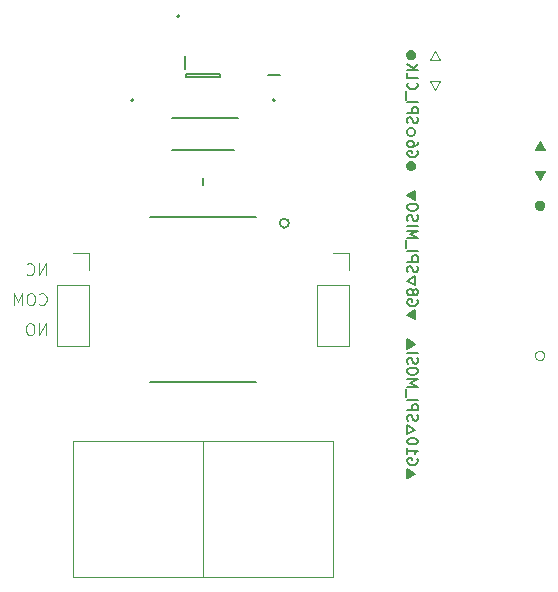
<source format=gbr>
%TF.GenerationSoftware,KiCad,Pcbnew,9.0.4-1.fc42*%
%TF.CreationDate,2025-09-12T10:21:52-07:00*%
%TF.ProjectId,adapter_relay,61646170-7465-4725-9f72-656c61792e6b,1.0*%
%TF.SameCoordinates,Original*%
%TF.FileFunction,Legend,Bot*%
%TF.FilePolarity,Positive*%
%FSLAX46Y46*%
G04 Gerber Fmt 4.6, Leading zero omitted, Abs format (unit mm)*
G04 Created by KiCad (PCBNEW 9.0.4-1.fc42) date 2025-09-12 10:21:52*
%MOMM*%
%LPD*%
G01*
G04 APERTURE LIST*
%ADD10C,0.100000*%
%ADD11C,0.200000*%
%ADD12C,0.120000*%
G04 APERTURE END LIST*
D10*
X139604999Y-110217419D02*
X140033570Y-109455514D01*
X140033570Y-109455514D02*
X139176427Y-109455514D01*
X139176427Y-109455514D02*
X139604999Y-110217419D01*
X139604999Y-106915514D02*
X139176427Y-107677419D01*
X139176427Y-107677419D02*
X140033570Y-107677419D01*
X140033570Y-107677419D02*
X139604999Y-106915514D01*
X106696115Y-130997419D02*
X106696115Y-129997419D01*
X106696115Y-129997419D02*
X106124687Y-130997419D01*
X106124687Y-130997419D02*
X106124687Y-129997419D01*
X105458020Y-129997419D02*
X105267544Y-129997419D01*
X105267544Y-129997419D02*
X105172306Y-130045038D01*
X105172306Y-130045038D02*
X105077068Y-130140276D01*
X105077068Y-130140276D02*
X105029449Y-130330752D01*
X105029449Y-130330752D02*
X105029449Y-130664085D01*
X105029449Y-130664085D02*
X105077068Y-130854561D01*
X105077068Y-130854561D02*
X105172306Y-130949800D01*
X105172306Y-130949800D02*
X105267544Y-130997419D01*
X105267544Y-130997419D02*
X105458020Y-130997419D01*
X105458020Y-130997419D02*
X105553258Y-130949800D01*
X105553258Y-130949800D02*
X105648496Y-130854561D01*
X105648496Y-130854561D02*
X105696115Y-130664085D01*
X105696115Y-130664085D02*
X105696115Y-130330752D01*
X105696115Y-130330752D02*
X105648496Y-130140276D01*
X105648496Y-130140276D02*
X105553258Y-130045038D01*
X105553258Y-130045038D02*
X105458020Y-129997419D01*
X148590237Y-132315514D02*
X148399761Y-132315514D01*
X148399761Y-132315514D02*
X148209285Y-132410752D01*
X148209285Y-132410752D02*
X148114047Y-132601228D01*
X148114047Y-132601228D02*
X148114047Y-132791704D01*
X148114047Y-132791704D02*
X148209285Y-132982180D01*
X148209285Y-132982180D02*
X148399761Y-133077419D01*
X148399761Y-133077419D02*
X148590237Y-133077419D01*
X148590237Y-133077419D02*
X148780713Y-132982180D01*
X148780713Y-132982180D02*
X148875951Y-132791704D01*
X148875951Y-132791704D02*
X148875951Y-132601228D01*
X148875951Y-132601228D02*
X148780713Y-132410752D01*
X148780713Y-132410752D02*
X148590237Y-132315514D01*
X148828332Y-119805990D02*
X148828332Y-120186942D01*
X148780713Y-120234561D02*
X148590237Y-120377419D01*
X148780713Y-119758371D02*
X148590237Y-119615514D01*
X148780713Y-119710752D02*
X148780713Y-120282180D01*
X148733094Y-120282180D02*
X148733094Y-119710752D01*
X148685475Y-119663133D02*
X148685475Y-120329800D01*
X148637856Y-120329800D02*
X148637856Y-119663133D01*
X148590237Y-119615514D02*
X148590237Y-120377419D01*
X148542618Y-120377419D02*
X148542618Y-119615514D01*
X148494999Y-119615514D02*
X148494999Y-120377419D01*
X148447380Y-120377419D02*
X148447380Y-119615514D01*
X148399761Y-120377419D02*
X148209285Y-120234561D01*
X148399761Y-119615514D02*
X148399761Y-120377419D01*
X148399761Y-119615514D02*
X148209285Y-119758371D01*
X148352142Y-120329800D02*
X148352142Y-119663133D01*
X148304523Y-119663133D02*
X148304523Y-120329800D01*
X148256904Y-120282180D02*
X148256904Y-119710752D01*
X148209285Y-119710752D02*
X148209285Y-120282180D01*
X148161666Y-120186942D02*
X148161666Y-119805990D01*
X148590237Y-119615514D02*
X148399761Y-119615514D01*
X148399761Y-119615514D02*
X148209285Y-119710752D01*
X148209285Y-119710752D02*
X148114047Y-119901228D01*
X148114047Y-119901228D02*
X148114047Y-120091704D01*
X148114047Y-120091704D02*
X148209285Y-120282180D01*
X148209285Y-120282180D02*
X148399761Y-120377419D01*
X148399761Y-120377419D02*
X148590237Y-120377419D01*
X148590237Y-120377419D02*
X148780713Y-120282180D01*
X148780713Y-120282180D02*
X148875951Y-120091704D01*
X148875951Y-120091704D02*
X148875951Y-119901228D01*
X148875951Y-119901228D02*
X148780713Y-119710752D01*
X148780713Y-119710752D02*
X148590237Y-119615514D01*
X106124687Y-128362180D02*
X106172306Y-128409800D01*
X106172306Y-128409800D02*
X106315163Y-128457419D01*
X106315163Y-128457419D02*
X106410401Y-128457419D01*
X106410401Y-128457419D02*
X106553258Y-128409800D01*
X106553258Y-128409800D02*
X106648496Y-128314561D01*
X106648496Y-128314561D02*
X106696115Y-128219323D01*
X106696115Y-128219323D02*
X106743734Y-128028847D01*
X106743734Y-128028847D02*
X106743734Y-127885990D01*
X106743734Y-127885990D02*
X106696115Y-127695514D01*
X106696115Y-127695514D02*
X106648496Y-127600276D01*
X106648496Y-127600276D02*
X106553258Y-127505038D01*
X106553258Y-127505038D02*
X106410401Y-127457419D01*
X106410401Y-127457419D02*
X106315163Y-127457419D01*
X106315163Y-127457419D02*
X106172306Y-127505038D01*
X106172306Y-127505038D02*
X106124687Y-127552657D01*
X105505639Y-127457419D02*
X105315163Y-127457419D01*
X105315163Y-127457419D02*
X105219925Y-127505038D01*
X105219925Y-127505038D02*
X105124687Y-127600276D01*
X105124687Y-127600276D02*
X105077068Y-127790752D01*
X105077068Y-127790752D02*
X105077068Y-128124085D01*
X105077068Y-128124085D02*
X105124687Y-128314561D01*
X105124687Y-128314561D02*
X105219925Y-128409800D01*
X105219925Y-128409800D02*
X105315163Y-128457419D01*
X105315163Y-128457419D02*
X105505639Y-128457419D01*
X105505639Y-128457419D02*
X105600877Y-128409800D01*
X105600877Y-128409800D02*
X105696115Y-128314561D01*
X105696115Y-128314561D02*
X105743734Y-128124085D01*
X105743734Y-128124085D02*
X105743734Y-127790752D01*
X105743734Y-127790752D02*
X105696115Y-127600276D01*
X105696115Y-127600276D02*
X105600877Y-127505038D01*
X105600877Y-127505038D02*
X105505639Y-127457419D01*
X104648496Y-128457419D02*
X104648496Y-127457419D01*
X104648496Y-127457419D02*
X104315163Y-128171704D01*
X104315163Y-128171704D02*
X103981830Y-127457419D01*
X103981830Y-127457419D02*
X103981830Y-128457419D01*
X148114047Y-117123133D02*
X148114047Y-117075514D01*
X148161666Y-117218371D02*
X148161666Y-117075514D01*
X148209285Y-117313609D02*
X148209285Y-117075514D01*
X148256904Y-117408847D02*
X148256904Y-117075514D01*
X148304523Y-117456466D02*
X148304523Y-117075514D01*
X148352142Y-117551704D02*
X148352142Y-117075514D01*
X148399761Y-117646942D02*
X148399761Y-117075514D01*
X148447380Y-117742180D02*
X148447380Y-117075514D01*
X148494999Y-117837419D02*
X148494999Y-117075514D01*
X148542618Y-117742180D02*
X148542618Y-117075514D01*
X148590237Y-117646942D02*
X148590237Y-117075514D01*
X148637856Y-117551704D02*
X148637856Y-117075514D01*
X148685475Y-117456466D02*
X148685475Y-117075514D01*
X148733094Y-117408847D02*
X148733094Y-117075514D01*
X148780713Y-117313609D02*
X148780713Y-117075514D01*
X148828332Y-117218371D02*
X148828332Y-117075514D01*
X148875951Y-117075514D02*
X148494999Y-117789800D01*
X148494999Y-117789800D02*
X148114047Y-117075514D01*
X148875951Y-117123133D02*
X148875951Y-117075514D01*
X148494999Y-117837419D02*
X148923570Y-117075514D01*
X148923570Y-117075514D02*
X148066427Y-117075514D01*
X148066427Y-117075514D02*
X148494999Y-117837419D01*
X106696115Y-125917419D02*
X106696115Y-124917419D01*
X106696115Y-124917419D02*
X106124687Y-125917419D01*
X106124687Y-125917419D02*
X106124687Y-124917419D01*
X105077068Y-125822180D02*
X105124687Y-125869800D01*
X105124687Y-125869800D02*
X105267544Y-125917419D01*
X105267544Y-125917419D02*
X105362782Y-125917419D01*
X105362782Y-125917419D02*
X105505639Y-125869800D01*
X105505639Y-125869800D02*
X105600877Y-125774561D01*
X105600877Y-125774561D02*
X105648496Y-125679323D01*
X105648496Y-125679323D02*
X105696115Y-125488847D01*
X105696115Y-125488847D02*
X105696115Y-125345990D01*
X105696115Y-125345990D02*
X105648496Y-125155514D01*
X105648496Y-125155514D02*
X105600877Y-125060276D01*
X105600877Y-125060276D02*
X105505639Y-124965038D01*
X105505639Y-124965038D02*
X105362782Y-124917419D01*
X105362782Y-124917419D02*
X105267544Y-124917419D01*
X105267544Y-124917419D02*
X105124687Y-124965038D01*
X105124687Y-124965038D02*
X105077068Y-125012657D01*
D11*
X137336900Y-143064284D02*
X137294042Y-143064284D01*
X137422614Y-143021427D02*
X137294042Y-143021427D01*
X137508328Y-142978570D02*
X137294042Y-142978570D01*
X137594042Y-142935712D02*
X137294042Y-142935712D01*
X137636900Y-142892855D02*
X137294042Y-142892855D01*
X137722614Y-142849998D02*
X137294042Y-142849998D01*
X137808328Y-142807141D02*
X137294042Y-142807141D01*
X137894042Y-142764284D02*
X137294042Y-142764284D01*
X137979757Y-142721427D02*
X137294042Y-142721427D01*
X137894042Y-142678570D02*
X137294042Y-142678570D01*
X137808328Y-142635712D02*
X137294042Y-142635712D01*
X137722614Y-142592855D02*
X137294042Y-142592855D01*
X137636900Y-142549998D02*
X137294042Y-142549998D01*
X137594042Y-142507141D02*
X137294042Y-142507141D01*
X137508328Y-142464284D02*
X137294042Y-142464284D01*
X137422614Y-142421427D02*
X137294042Y-142421427D01*
X137294042Y-142378570D02*
X137936900Y-142721427D01*
X137936900Y-142721427D02*
X137294042Y-143064284D01*
X137336900Y-142378570D02*
X137294042Y-142378570D01*
X137979757Y-142721427D02*
X137294042Y-142335712D01*
X137294042Y-142335712D02*
X137294042Y-143107141D01*
X137294042Y-143107141D02*
X137979757Y-142721427D01*
X138151185Y-141478569D02*
X138194042Y-141564284D01*
X138194042Y-141564284D02*
X138194042Y-141692855D01*
X138194042Y-141692855D02*
X138151185Y-141821426D01*
X138151185Y-141821426D02*
X138065471Y-141907141D01*
X138065471Y-141907141D02*
X137979757Y-141949998D01*
X137979757Y-141949998D02*
X137808328Y-141992855D01*
X137808328Y-141992855D02*
X137679757Y-141992855D01*
X137679757Y-141992855D02*
X137508328Y-141949998D01*
X137508328Y-141949998D02*
X137422614Y-141907141D01*
X137422614Y-141907141D02*
X137336900Y-141821426D01*
X137336900Y-141821426D02*
X137294042Y-141692855D01*
X137294042Y-141692855D02*
X137294042Y-141607141D01*
X137294042Y-141607141D02*
X137336900Y-141478569D01*
X137336900Y-141478569D02*
X137379757Y-141435712D01*
X137379757Y-141435712D02*
X137679757Y-141435712D01*
X137679757Y-141435712D02*
X137679757Y-141607141D01*
X137294042Y-140578569D02*
X137294042Y-141092855D01*
X137294042Y-140835712D02*
X138194042Y-140835712D01*
X138194042Y-140835712D02*
X138065471Y-140921426D01*
X138065471Y-140921426D02*
X137979757Y-141007141D01*
X137979757Y-141007141D02*
X137936900Y-141092855D01*
X138194042Y-140021426D02*
X138194042Y-139935712D01*
X138194042Y-139935712D02*
X138151185Y-139849998D01*
X138151185Y-139849998D02*
X138108328Y-139807141D01*
X138108328Y-139807141D02*
X138022614Y-139764283D01*
X138022614Y-139764283D02*
X137851185Y-139721426D01*
X137851185Y-139721426D02*
X137636900Y-139721426D01*
X137636900Y-139721426D02*
X137465471Y-139764283D01*
X137465471Y-139764283D02*
X137379757Y-139807141D01*
X137379757Y-139807141D02*
X137336900Y-139849998D01*
X137336900Y-139849998D02*
X137294042Y-139935712D01*
X137294042Y-139935712D02*
X137294042Y-140021426D01*
X137294042Y-140021426D02*
X137336900Y-140107141D01*
X137336900Y-140107141D02*
X137379757Y-140149998D01*
X137379757Y-140149998D02*
X137465471Y-140192855D01*
X137465471Y-140192855D02*
X137636900Y-140235712D01*
X137636900Y-140235712D02*
X137851185Y-140235712D01*
X137851185Y-140235712D02*
X138022614Y-140192855D01*
X138022614Y-140192855D02*
X138108328Y-140149998D01*
X138108328Y-140149998D02*
X138151185Y-140107141D01*
X138151185Y-140107141D02*
X138194042Y-140021426D01*
X137979757Y-138992855D02*
X137294042Y-138607140D01*
X137294042Y-138607140D02*
X137294042Y-139378569D01*
X137294042Y-139378569D02*
X137979757Y-138992855D01*
X137336900Y-138264283D02*
X137294042Y-138135712D01*
X137294042Y-138135712D02*
X137294042Y-137921426D01*
X137294042Y-137921426D02*
X137336900Y-137835712D01*
X137336900Y-137835712D02*
X137379757Y-137792854D01*
X137379757Y-137792854D02*
X137465471Y-137749997D01*
X137465471Y-137749997D02*
X137551185Y-137749997D01*
X137551185Y-137749997D02*
X137636900Y-137792854D01*
X137636900Y-137792854D02*
X137679757Y-137835712D01*
X137679757Y-137835712D02*
X137722614Y-137921426D01*
X137722614Y-137921426D02*
X137765471Y-138092854D01*
X137765471Y-138092854D02*
X137808328Y-138178569D01*
X137808328Y-138178569D02*
X137851185Y-138221426D01*
X137851185Y-138221426D02*
X137936900Y-138264283D01*
X137936900Y-138264283D02*
X138022614Y-138264283D01*
X138022614Y-138264283D02*
X138108328Y-138221426D01*
X138108328Y-138221426D02*
X138151185Y-138178569D01*
X138151185Y-138178569D02*
X138194042Y-138092854D01*
X138194042Y-138092854D02*
X138194042Y-137878569D01*
X138194042Y-137878569D02*
X138151185Y-137749997D01*
X137294042Y-137364283D02*
X138194042Y-137364283D01*
X138194042Y-137364283D02*
X138194042Y-137021426D01*
X138194042Y-137021426D02*
X138151185Y-136935711D01*
X138151185Y-136935711D02*
X138108328Y-136892854D01*
X138108328Y-136892854D02*
X138022614Y-136849997D01*
X138022614Y-136849997D02*
X137894042Y-136849997D01*
X137894042Y-136849997D02*
X137808328Y-136892854D01*
X137808328Y-136892854D02*
X137765471Y-136935711D01*
X137765471Y-136935711D02*
X137722614Y-137021426D01*
X137722614Y-137021426D02*
X137722614Y-137364283D01*
X137294042Y-136464283D02*
X138194042Y-136464283D01*
X137208328Y-136249998D02*
X137208328Y-135564283D01*
X137294042Y-135349998D02*
X138194042Y-135349998D01*
X138194042Y-135349998D02*
X137551185Y-135049998D01*
X137551185Y-135049998D02*
X138194042Y-134749998D01*
X138194042Y-134749998D02*
X137294042Y-134749998D01*
X138194042Y-134149998D02*
X138194042Y-133978570D01*
X138194042Y-133978570D02*
X138151185Y-133892855D01*
X138151185Y-133892855D02*
X138065471Y-133807141D01*
X138065471Y-133807141D02*
X137894042Y-133764284D01*
X137894042Y-133764284D02*
X137594042Y-133764284D01*
X137594042Y-133764284D02*
X137422614Y-133807141D01*
X137422614Y-133807141D02*
X137336900Y-133892855D01*
X137336900Y-133892855D02*
X137294042Y-133978570D01*
X137294042Y-133978570D02*
X137294042Y-134149998D01*
X137294042Y-134149998D02*
X137336900Y-134235713D01*
X137336900Y-134235713D02*
X137422614Y-134321427D01*
X137422614Y-134321427D02*
X137594042Y-134364284D01*
X137594042Y-134364284D02*
X137894042Y-134364284D01*
X137894042Y-134364284D02*
X138065471Y-134321427D01*
X138065471Y-134321427D02*
X138151185Y-134235713D01*
X138151185Y-134235713D02*
X138194042Y-134149998D01*
X137336900Y-133421427D02*
X137294042Y-133292856D01*
X137294042Y-133292856D02*
X137294042Y-133078570D01*
X137294042Y-133078570D02*
X137336900Y-132992856D01*
X137336900Y-132992856D02*
X137379757Y-132949998D01*
X137379757Y-132949998D02*
X137465471Y-132907141D01*
X137465471Y-132907141D02*
X137551185Y-132907141D01*
X137551185Y-132907141D02*
X137636900Y-132949998D01*
X137636900Y-132949998D02*
X137679757Y-132992856D01*
X137679757Y-132992856D02*
X137722614Y-133078570D01*
X137722614Y-133078570D02*
X137765471Y-133249998D01*
X137765471Y-133249998D02*
X137808328Y-133335713D01*
X137808328Y-133335713D02*
X137851185Y-133378570D01*
X137851185Y-133378570D02*
X137936900Y-133421427D01*
X137936900Y-133421427D02*
X138022614Y-133421427D01*
X138022614Y-133421427D02*
X138108328Y-133378570D01*
X138108328Y-133378570D02*
X138151185Y-133335713D01*
X138151185Y-133335713D02*
X138194042Y-133249998D01*
X138194042Y-133249998D02*
X138194042Y-133035713D01*
X138194042Y-133035713D02*
X138151185Y-132907141D01*
X137294042Y-132521427D02*
X138194042Y-132521427D01*
X137336900Y-132092856D02*
X137294042Y-132092856D01*
X137422614Y-132049999D02*
X137294042Y-132049999D01*
X137508328Y-132007142D02*
X137294042Y-132007142D01*
X137594042Y-131964284D02*
X137294042Y-131964284D01*
X137636900Y-131921427D02*
X137294042Y-131921427D01*
X137722614Y-131878570D02*
X137294042Y-131878570D01*
X137808328Y-131835713D02*
X137294042Y-131835713D01*
X137894042Y-131792856D02*
X137294042Y-131792856D01*
X137979757Y-131749999D02*
X137294042Y-131749999D01*
X137894042Y-131707142D02*
X137294042Y-131707142D01*
X137808328Y-131664284D02*
X137294042Y-131664284D01*
X137722614Y-131621427D02*
X137294042Y-131621427D01*
X137636900Y-131578570D02*
X137294042Y-131578570D01*
X137594042Y-131535713D02*
X137294042Y-131535713D01*
X137508328Y-131492856D02*
X137294042Y-131492856D01*
X137422614Y-131449999D02*
X137294042Y-131449999D01*
X137294042Y-131407142D02*
X137936900Y-131749999D01*
X137936900Y-131749999D02*
X137294042Y-132092856D01*
X137336900Y-131407142D02*
X137294042Y-131407142D01*
X137979757Y-131749999D02*
X137294042Y-131364284D01*
X137294042Y-131364284D02*
X137294042Y-132135713D01*
X137294042Y-132135713D02*
X137979757Y-131749999D01*
X137936900Y-128921428D02*
X137979757Y-128921428D01*
X137851185Y-128964285D02*
X137979757Y-128964285D01*
X137765471Y-129007142D02*
X137979757Y-129007142D01*
X137679757Y-129049999D02*
X137979757Y-129049999D01*
X137636900Y-129092856D02*
X137979757Y-129092856D01*
X137551185Y-129135713D02*
X137979757Y-129135713D01*
X137465471Y-129178570D02*
X137979757Y-129178570D01*
X137379757Y-129221428D02*
X137979757Y-129221428D01*
X137294042Y-129264285D02*
X137979757Y-129264285D01*
X137379757Y-129307142D02*
X137979757Y-129307142D01*
X137465471Y-129349999D02*
X137979757Y-129349999D01*
X137551185Y-129392856D02*
X137979757Y-129392856D01*
X137636900Y-129435713D02*
X137979757Y-129435713D01*
X137679757Y-129478570D02*
X137979757Y-129478570D01*
X137765471Y-129521428D02*
X137979757Y-129521428D01*
X137851185Y-129564285D02*
X137979757Y-129564285D01*
X137979757Y-129607142D02*
X137336900Y-129264285D01*
X137336900Y-129264285D02*
X137979757Y-128921428D01*
X137936900Y-129607142D02*
X137979757Y-129607142D01*
X137294042Y-129264285D02*
X137979757Y-129649999D01*
X137979757Y-129649999D02*
X137979757Y-128878570D01*
X137979757Y-128878570D02*
X137294042Y-129264285D01*
X138151185Y-128021427D02*
X138194042Y-128107142D01*
X138194042Y-128107142D02*
X138194042Y-128235713D01*
X138194042Y-128235713D02*
X138151185Y-128364284D01*
X138151185Y-128364284D02*
X138065471Y-128449999D01*
X138065471Y-128449999D02*
X137979757Y-128492856D01*
X137979757Y-128492856D02*
X137808328Y-128535713D01*
X137808328Y-128535713D02*
X137679757Y-128535713D01*
X137679757Y-128535713D02*
X137508328Y-128492856D01*
X137508328Y-128492856D02*
X137422614Y-128449999D01*
X137422614Y-128449999D02*
X137336900Y-128364284D01*
X137336900Y-128364284D02*
X137294042Y-128235713D01*
X137294042Y-128235713D02*
X137294042Y-128149999D01*
X137294042Y-128149999D02*
X137336900Y-128021427D01*
X137336900Y-128021427D02*
X137379757Y-127978570D01*
X137379757Y-127978570D02*
X137679757Y-127978570D01*
X137679757Y-127978570D02*
X137679757Y-128149999D01*
X137808328Y-127464284D02*
X137851185Y-127549999D01*
X137851185Y-127549999D02*
X137894042Y-127592856D01*
X137894042Y-127592856D02*
X137979757Y-127635713D01*
X137979757Y-127635713D02*
X138022614Y-127635713D01*
X138022614Y-127635713D02*
X138108328Y-127592856D01*
X138108328Y-127592856D02*
X138151185Y-127549999D01*
X138151185Y-127549999D02*
X138194042Y-127464284D01*
X138194042Y-127464284D02*
X138194042Y-127292856D01*
X138194042Y-127292856D02*
X138151185Y-127207142D01*
X138151185Y-127207142D02*
X138108328Y-127164284D01*
X138108328Y-127164284D02*
X138022614Y-127121427D01*
X138022614Y-127121427D02*
X137979757Y-127121427D01*
X137979757Y-127121427D02*
X137894042Y-127164284D01*
X137894042Y-127164284D02*
X137851185Y-127207142D01*
X137851185Y-127207142D02*
X137808328Y-127292856D01*
X137808328Y-127292856D02*
X137808328Y-127464284D01*
X137808328Y-127464284D02*
X137765471Y-127549999D01*
X137765471Y-127549999D02*
X137722614Y-127592856D01*
X137722614Y-127592856D02*
X137636900Y-127635713D01*
X137636900Y-127635713D02*
X137465471Y-127635713D01*
X137465471Y-127635713D02*
X137379757Y-127592856D01*
X137379757Y-127592856D02*
X137336900Y-127549999D01*
X137336900Y-127549999D02*
X137294042Y-127464284D01*
X137294042Y-127464284D02*
X137294042Y-127292856D01*
X137294042Y-127292856D02*
X137336900Y-127207142D01*
X137336900Y-127207142D02*
X137379757Y-127164284D01*
X137379757Y-127164284D02*
X137465471Y-127121427D01*
X137465471Y-127121427D02*
X137636900Y-127121427D01*
X137636900Y-127121427D02*
X137722614Y-127164284D01*
X137722614Y-127164284D02*
X137765471Y-127207142D01*
X137765471Y-127207142D02*
X137808328Y-127292856D01*
X137294042Y-126392856D02*
X137979757Y-126778570D01*
X137979757Y-126778570D02*
X137979757Y-126007141D01*
X137979757Y-126007141D02*
X137294042Y-126392856D01*
X137336900Y-125664284D02*
X137294042Y-125535713D01*
X137294042Y-125535713D02*
X137294042Y-125321427D01*
X137294042Y-125321427D02*
X137336900Y-125235713D01*
X137336900Y-125235713D02*
X137379757Y-125192855D01*
X137379757Y-125192855D02*
X137465471Y-125149998D01*
X137465471Y-125149998D02*
X137551185Y-125149998D01*
X137551185Y-125149998D02*
X137636900Y-125192855D01*
X137636900Y-125192855D02*
X137679757Y-125235713D01*
X137679757Y-125235713D02*
X137722614Y-125321427D01*
X137722614Y-125321427D02*
X137765471Y-125492855D01*
X137765471Y-125492855D02*
X137808328Y-125578570D01*
X137808328Y-125578570D02*
X137851185Y-125621427D01*
X137851185Y-125621427D02*
X137936900Y-125664284D01*
X137936900Y-125664284D02*
X138022614Y-125664284D01*
X138022614Y-125664284D02*
X138108328Y-125621427D01*
X138108328Y-125621427D02*
X138151185Y-125578570D01*
X138151185Y-125578570D02*
X138194042Y-125492855D01*
X138194042Y-125492855D02*
X138194042Y-125278570D01*
X138194042Y-125278570D02*
X138151185Y-125149998D01*
X137294042Y-124764284D02*
X138194042Y-124764284D01*
X138194042Y-124764284D02*
X138194042Y-124421427D01*
X138194042Y-124421427D02*
X138151185Y-124335712D01*
X138151185Y-124335712D02*
X138108328Y-124292855D01*
X138108328Y-124292855D02*
X138022614Y-124249998D01*
X138022614Y-124249998D02*
X137894042Y-124249998D01*
X137894042Y-124249998D02*
X137808328Y-124292855D01*
X137808328Y-124292855D02*
X137765471Y-124335712D01*
X137765471Y-124335712D02*
X137722614Y-124421427D01*
X137722614Y-124421427D02*
X137722614Y-124764284D01*
X137294042Y-123864284D02*
X138194042Y-123864284D01*
X137208328Y-123649999D02*
X137208328Y-122964284D01*
X137294042Y-122749999D02*
X138194042Y-122749999D01*
X138194042Y-122749999D02*
X137551185Y-122449999D01*
X137551185Y-122449999D02*
X138194042Y-122149999D01*
X138194042Y-122149999D02*
X137294042Y-122149999D01*
X137294042Y-121721428D02*
X138194042Y-121721428D01*
X137336900Y-121335714D02*
X137294042Y-121207143D01*
X137294042Y-121207143D02*
X137294042Y-120992857D01*
X137294042Y-120992857D02*
X137336900Y-120907143D01*
X137336900Y-120907143D02*
X137379757Y-120864285D01*
X137379757Y-120864285D02*
X137465471Y-120821428D01*
X137465471Y-120821428D02*
X137551185Y-120821428D01*
X137551185Y-120821428D02*
X137636900Y-120864285D01*
X137636900Y-120864285D02*
X137679757Y-120907143D01*
X137679757Y-120907143D02*
X137722614Y-120992857D01*
X137722614Y-120992857D02*
X137765471Y-121164285D01*
X137765471Y-121164285D02*
X137808328Y-121250000D01*
X137808328Y-121250000D02*
X137851185Y-121292857D01*
X137851185Y-121292857D02*
X137936900Y-121335714D01*
X137936900Y-121335714D02*
X138022614Y-121335714D01*
X138022614Y-121335714D02*
X138108328Y-121292857D01*
X138108328Y-121292857D02*
X138151185Y-121250000D01*
X138151185Y-121250000D02*
X138194042Y-121164285D01*
X138194042Y-121164285D02*
X138194042Y-120950000D01*
X138194042Y-120950000D02*
X138151185Y-120821428D01*
X138194042Y-120264285D02*
X138194042Y-120092857D01*
X138194042Y-120092857D02*
X138151185Y-120007142D01*
X138151185Y-120007142D02*
X138065471Y-119921428D01*
X138065471Y-119921428D02*
X137894042Y-119878571D01*
X137894042Y-119878571D02*
X137594042Y-119878571D01*
X137594042Y-119878571D02*
X137422614Y-119921428D01*
X137422614Y-119921428D02*
X137336900Y-120007142D01*
X137336900Y-120007142D02*
X137294042Y-120092857D01*
X137294042Y-120092857D02*
X137294042Y-120264285D01*
X137294042Y-120264285D02*
X137336900Y-120350000D01*
X137336900Y-120350000D02*
X137422614Y-120435714D01*
X137422614Y-120435714D02*
X137594042Y-120478571D01*
X137594042Y-120478571D02*
X137894042Y-120478571D01*
X137894042Y-120478571D02*
X138065471Y-120435714D01*
X138065471Y-120435714D02*
X138151185Y-120350000D01*
X138151185Y-120350000D02*
X138194042Y-120264285D01*
X137936900Y-118807143D02*
X137979757Y-118807143D01*
X137851185Y-118850000D02*
X137979757Y-118850000D01*
X137765471Y-118892857D02*
X137979757Y-118892857D01*
X137679757Y-118935714D02*
X137979757Y-118935714D01*
X137636900Y-118978571D02*
X137979757Y-118978571D01*
X137551185Y-119021428D02*
X137979757Y-119021428D01*
X137465471Y-119064285D02*
X137979757Y-119064285D01*
X137379757Y-119107143D02*
X137979757Y-119107143D01*
X137294042Y-119150000D02*
X137979757Y-119150000D01*
X137379757Y-119192857D02*
X137979757Y-119192857D01*
X137465471Y-119235714D02*
X137979757Y-119235714D01*
X137551185Y-119278571D02*
X137979757Y-119278571D01*
X137636900Y-119321428D02*
X137979757Y-119321428D01*
X137679757Y-119364285D02*
X137979757Y-119364285D01*
X137765471Y-119407143D02*
X137979757Y-119407143D01*
X137851185Y-119450000D02*
X137979757Y-119450000D01*
X137979757Y-119492857D02*
X137336900Y-119150000D01*
X137336900Y-119150000D02*
X137979757Y-118807143D01*
X137936900Y-119492857D02*
X137979757Y-119492857D01*
X137294042Y-119150000D02*
X137979757Y-119535714D01*
X137979757Y-119535714D02*
X137979757Y-118764285D01*
X137979757Y-118764285D02*
X137294042Y-119150000D01*
X137808328Y-116964286D02*
X137465471Y-116964286D01*
X137422614Y-116921429D02*
X137294042Y-116750000D01*
X137851185Y-116921429D02*
X137979757Y-116750000D01*
X137894042Y-116921429D02*
X137379757Y-116921429D01*
X137379757Y-116878571D02*
X137894042Y-116878571D01*
X137936900Y-116835714D02*
X137336900Y-116835714D01*
X137336900Y-116792857D02*
X137936900Y-116792857D01*
X137979757Y-116750000D02*
X137294042Y-116750000D01*
X137294042Y-116707143D02*
X137979757Y-116707143D01*
X137979757Y-116664286D02*
X137294042Y-116664286D01*
X137294042Y-116621429D02*
X137979757Y-116621429D01*
X137294042Y-116578571D02*
X137422614Y-116407143D01*
X137979757Y-116578571D02*
X137294042Y-116578571D01*
X137979757Y-116578571D02*
X137851185Y-116407143D01*
X137336900Y-116535714D02*
X137936900Y-116535714D01*
X137936900Y-116492857D02*
X137336900Y-116492857D01*
X137379757Y-116450000D02*
X137894042Y-116450000D01*
X137894042Y-116407143D02*
X137379757Y-116407143D01*
X137465471Y-116364286D02*
X137808328Y-116364286D01*
X137979757Y-116750000D02*
X137979757Y-116578571D01*
X137979757Y-116578571D02*
X137894042Y-116407143D01*
X137894042Y-116407143D02*
X137722614Y-116321429D01*
X137722614Y-116321429D02*
X137551185Y-116321429D01*
X137551185Y-116321429D02*
X137379757Y-116407143D01*
X137379757Y-116407143D02*
X137294042Y-116578571D01*
X137294042Y-116578571D02*
X137294042Y-116750000D01*
X137294042Y-116750000D02*
X137379757Y-116921429D01*
X137379757Y-116921429D02*
X137551185Y-117007143D01*
X137551185Y-117007143D02*
X137722614Y-117007143D01*
X137722614Y-117007143D02*
X137894042Y-116921429D01*
X137894042Y-116921429D02*
X137979757Y-116750000D01*
X138151185Y-115421428D02*
X138194042Y-115507143D01*
X138194042Y-115507143D02*
X138194042Y-115635714D01*
X138194042Y-115635714D02*
X138151185Y-115764285D01*
X138151185Y-115764285D02*
X138065471Y-115850000D01*
X138065471Y-115850000D02*
X137979757Y-115892857D01*
X137979757Y-115892857D02*
X137808328Y-115935714D01*
X137808328Y-115935714D02*
X137679757Y-115935714D01*
X137679757Y-115935714D02*
X137508328Y-115892857D01*
X137508328Y-115892857D02*
X137422614Y-115850000D01*
X137422614Y-115850000D02*
X137336900Y-115764285D01*
X137336900Y-115764285D02*
X137294042Y-115635714D01*
X137294042Y-115635714D02*
X137294042Y-115550000D01*
X137294042Y-115550000D02*
X137336900Y-115421428D01*
X137336900Y-115421428D02*
X137379757Y-115378571D01*
X137379757Y-115378571D02*
X137679757Y-115378571D01*
X137679757Y-115378571D02*
X137679757Y-115550000D01*
X138194042Y-114607143D02*
X138194042Y-114778571D01*
X138194042Y-114778571D02*
X138151185Y-114864285D01*
X138151185Y-114864285D02*
X138108328Y-114907143D01*
X138108328Y-114907143D02*
X137979757Y-114992857D01*
X137979757Y-114992857D02*
X137808328Y-115035714D01*
X137808328Y-115035714D02*
X137465471Y-115035714D01*
X137465471Y-115035714D02*
X137379757Y-114992857D01*
X137379757Y-114992857D02*
X137336900Y-114950000D01*
X137336900Y-114950000D02*
X137294042Y-114864285D01*
X137294042Y-114864285D02*
X137294042Y-114692857D01*
X137294042Y-114692857D02*
X137336900Y-114607143D01*
X137336900Y-114607143D02*
X137379757Y-114564285D01*
X137379757Y-114564285D02*
X137465471Y-114521428D01*
X137465471Y-114521428D02*
X137679757Y-114521428D01*
X137679757Y-114521428D02*
X137765471Y-114564285D01*
X137765471Y-114564285D02*
X137808328Y-114607143D01*
X137808328Y-114607143D02*
X137851185Y-114692857D01*
X137851185Y-114692857D02*
X137851185Y-114864285D01*
X137851185Y-114864285D02*
X137808328Y-114950000D01*
X137808328Y-114950000D02*
X137765471Y-114992857D01*
X137765471Y-114992857D02*
X137679757Y-115035714D01*
X137979757Y-113878571D02*
X137979757Y-113707142D01*
X137979757Y-113707142D02*
X137894042Y-113535714D01*
X137894042Y-113535714D02*
X137722614Y-113450000D01*
X137722614Y-113450000D02*
X137551185Y-113450000D01*
X137551185Y-113450000D02*
X137379757Y-113535714D01*
X137379757Y-113535714D02*
X137294042Y-113707142D01*
X137294042Y-113707142D02*
X137294042Y-113878571D01*
X137294042Y-113878571D02*
X137379757Y-114050000D01*
X137379757Y-114050000D02*
X137551185Y-114135714D01*
X137551185Y-114135714D02*
X137722614Y-114135714D01*
X137722614Y-114135714D02*
X137894042Y-114050000D01*
X137894042Y-114050000D02*
X137979757Y-113878571D01*
X137336900Y-113064285D02*
X137294042Y-112935714D01*
X137294042Y-112935714D02*
X137294042Y-112721428D01*
X137294042Y-112721428D02*
X137336900Y-112635714D01*
X137336900Y-112635714D02*
X137379757Y-112592856D01*
X137379757Y-112592856D02*
X137465471Y-112549999D01*
X137465471Y-112549999D02*
X137551185Y-112549999D01*
X137551185Y-112549999D02*
X137636900Y-112592856D01*
X137636900Y-112592856D02*
X137679757Y-112635714D01*
X137679757Y-112635714D02*
X137722614Y-112721428D01*
X137722614Y-112721428D02*
X137765471Y-112892856D01*
X137765471Y-112892856D02*
X137808328Y-112978571D01*
X137808328Y-112978571D02*
X137851185Y-113021428D01*
X137851185Y-113021428D02*
X137936900Y-113064285D01*
X137936900Y-113064285D02*
X138022614Y-113064285D01*
X138022614Y-113064285D02*
X138108328Y-113021428D01*
X138108328Y-113021428D02*
X138151185Y-112978571D01*
X138151185Y-112978571D02*
X138194042Y-112892856D01*
X138194042Y-112892856D02*
X138194042Y-112678571D01*
X138194042Y-112678571D02*
X138151185Y-112549999D01*
X137294042Y-112164285D02*
X138194042Y-112164285D01*
X138194042Y-112164285D02*
X138194042Y-111821428D01*
X138194042Y-111821428D02*
X138151185Y-111735713D01*
X138151185Y-111735713D02*
X138108328Y-111692856D01*
X138108328Y-111692856D02*
X138022614Y-111649999D01*
X138022614Y-111649999D02*
X137894042Y-111649999D01*
X137894042Y-111649999D02*
X137808328Y-111692856D01*
X137808328Y-111692856D02*
X137765471Y-111735713D01*
X137765471Y-111735713D02*
X137722614Y-111821428D01*
X137722614Y-111821428D02*
X137722614Y-112164285D01*
X137294042Y-111264285D02*
X138194042Y-111264285D01*
X137208328Y-111050000D02*
X137208328Y-110364285D01*
X137379757Y-109635714D02*
X137336900Y-109678571D01*
X137336900Y-109678571D02*
X137294042Y-109807143D01*
X137294042Y-109807143D02*
X137294042Y-109892857D01*
X137294042Y-109892857D02*
X137336900Y-110021428D01*
X137336900Y-110021428D02*
X137422614Y-110107143D01*
X137422614Y-110107143D02*
X137508328Y-110150000D01*
X137508328Y-110150000D02*
X137679757Y-110192857D01*
X137679757Y-110192857D02*
X137808328Y-110192857D01*
X137808328Y-110192857D02*
X137979757Y-110150000D01*
X137979757Y-110150000D02*
X138065471Y-110107143D01*
X138065471Y-110107143D02*
X138151185Y-110021428D01*
X138151185Y-110021428D02*
X138194042Y-109892857D01*
X138194042Y-109892857D02*
X138194042Y-109807143D01*
X138194042Y-109807143D02*
X138151185Y-109678571D01*
X138151185Y-109678571D02*
X138108328Y-109635714D01*
X137294042Y-108821428D02*
X137294042Y-109250000D01*
X137294042Y-109250000D02*
X138194042Y-109250000D01*
X137294042Y-108521429D02*
X138194042Y-108521429D01*
X137294042Y-108007143D02*
X137808328Y-108392857D01*
X138194042Y-108007143D02*
X137679757Y-108521429D01*
X137808328Y-107578572D02*
X137465471Y-107578572D01*
X137422614Y-107535715D02*
X137294042Y-107364286D01*
X137851185Y-107535715D02*
X137979757Y-107364286D01*
X137894042Y-107535715D02*
X137379757Y-107535715D01*
X137379757Y-107492857D02*
X137894042Y-107492857D01*
X137936900Y-107450000D02*
X137336900Y-107450000D01*
X137336900Y-107407143D02*
X137936900Y-107407143D01*
X137979757Y-107364286D02*
X137294042Y-107364286D01*
X137294042Y-107321429D02*
X137979757Y-107321429D01*
X137979757Y-107278572D02*
X137294042Y-107278572D01*
X137294042Y-107235715D02*
X137979757Y-107235715D01*
X137294042Y-107192857D02*
X137422614Y-107021429D01*
X137979757Y-107192857D02*
X137294042Y-107192857D01*
X137979757Y-107192857D02*
X137851185Y-107021429D01*
X137336900Y-107150000D02*
X137936900Y-107150000D01*
X137936900Y-107107143D02*
X137336900Y-107107143D01*
X137379757Y-107064286D02*
X137894042Y-107064286D01*
X137894042Y-107021429D02*
X137379757Y-107021429D01*
X137465471Y-106978572D02*
X137808328Y-106978572D01*
X137979757Y-107364286D02*
X137979757Y-107192857D01*
X137979757Y-107192857D02*
X137894042Y-107021429D01*
X137894042Y-107021429D02*
X137722614Y-106935715D01*
X137722614Y-106935715D02*
X137551185Y-106935715D01*
X137551185Y-106935715D02*
X137379757Y-107021429D01*
X137379757Y-107021429D02*
X137294042Y-107192857D01*
X137294042Y-107192857D02*
X137294042Y-107364286D01*
X137294042Y-107364286D02*
X137379757Y-107535715D01*
X137379757Y-107535715D02*
X137551185Y-107621429D01*
X137551185Y-107621429D02*
X137722614Y-107621429D01*
X137722614Y-107621429D02*
X137894042Y-107535715D01*
X137894042Y-107535715D02*
X137979757Y-107364286D01*
D10*
X148875951Y-115249800D02*
X148875951Y-115297419D01*
X148828332Y-115154561D02*
X148828332Y-115297419D01*
X148780713Y-115059323D02*
X148780713Y-115297419D01*
X148733094Y-114964085D02*
X148733094Y-115297419D01*
X148685475Y-114916466D02*
X148685475Y-115297419D01*
X148637856Y-114821228D02*
X148637856Y-115297419D01*
X148590237Y-114725990D02*
X148590237Y-115297419D01*
X148542618Y-114630752D02*
X148542618Y-115297419D01*
X148494999Y-114535514D02*
X148494999Y-115297419D01*
X148447380Y-114630752D02*
X148447380Y-115297419D01*
X148399761Y-114725990D02*
X148399761Y-115297419D01*
X148352142Y-114821228D02*
X148352142Y-115297419D01*
X148304523Y-114916466D02*
X148304523Y-115297419D01*
X148256904Y-114964085D02*
X148256904Y-115297419D01*
X148209285Y-115059323D02*
X148209285Y-115297419D01*
X148161666Y-115154561D02*
X148161666Y-115297419D01*
X148114047Y-115297419D02*
X148494999Y-114583133D01*
X148494999Y-114583133D02*
X148875951Y-115297419D01*
X148114047Y-115249800D02*
X148114047Y-115297419D01*
X148494999Y-114535514D02*
X148066427Y-115297419D01*
X148066427Y-115297419D02*
X148923570Y-115297419D01*
X148923570Y-115297419D02*
X148494999Y-114535514D01*
D11*
%TO.C,D1*%
X117400000Y-112638000D02*
X122925000Y-112638000D01*
X122600000Y-115362000D02*
X117400000Y-115362000D01*
%TO.C,C2*%
X120000000Y-118300000D02*
X120000000Y-117700000D01*
%TO.C,R1*%
X113900000Y-111100000D02*
X113900000Y-111100000D01*
X114100000Y-111100000D02*
X114100000Y-111100000D01*
X113900000Y-111100000D02*
G75*
G02*
X114100000Y-111100000I100000J0D01*
G01*
X114100000Y-111100000D02*
G75*
G02*
X113900000Y-111100000I-100000J0D01*
G01*
%TO.C,Q1*%
X118465000Y-107400000D02*
X118465000Y-108500000D01*
X118550000Y-108850000D02*
X118550000Y-109150000D01*
X118550000Y-109150000D02*
X121450000Y-109150000D01*
X121450000Y-108850000D02*
X118550000Y-108850000D01*
X121450000Y-109150000D02*
X121450000Y-108850000D01*
%TO.C,R2*%
X117900000Y-103900000D02*
X117900000Y-103900000D01*
X117900000Y-104100000D02*
X117900000Y-104100000D01*
X117900000Y-103900000D02*
G75*
G02*
X117900000Y-104100000I0J-100000D01*
G01*
X117900000Y-104100000D02*
G75*
G02*
X117900000Y-103900000I0J100000D01*
G01*
%TO.C,K1*%
X115500000Y-121000000D02*
X124500000Y-121000000D01*
X115500000Y-135000000D02*
X124500000Y-135000000D01*
X126878000Y-121130000D02*
X126878000Y-121130000D01*
X126878000Y-121896000D02*
X126878000Y-121896000D01*
X126878000Y-121130000D02*
G75*
G02*
X126878000Y-121896000I0J-383000D01*
G01*
X126878000Y-121896000D02*
G75*
G02*
X126878000Y-121130000I0J383000D01*
G01*
D10*
%TO.C,J3*%
X109000000Y-140000000D02*
X109000000Y-151500000D01*
X109000000Y-151500000D02*
X120000000Y-151500000D01*
X120000000Y-140000000D02*
X109000000Y-140000000D01*
X120000000Y-151500000D02*
X120000000Y-140000000D01*
D11*
%TO.C,C1*%
X125900000Y-111100000D02*
X125900000Y-111100000D01*
X126100000Y-111100000D02*
X126100000Y-111100000D01*
X126525000Y-109000000D02*
X125475000Y-109000000D01*
X125900000Y-111100000D02*
G75*
G02*
X126100000Y-111100000I100000J0D01*
G01*
X126100000Y-111100000D02*
G75*
G02*
X125900000Y-111100000I-100000J0D01*
G01*
D12*
%TO.C,J6*%
X107620000Y-126730000D02*
X107620000Y-131920000D01*
X110380000Y-124080000D02*
X109000000Y-124080000D01*
X110380000Y-125460000D02*
X110380000Y-124080000D01*
X110380000Y-126730000D02*
X107620000Y-126730000D01*
X110380000Y-126730000D02*
X110380000Y-131920000D01*
X110380000Y-131920000D02*
X107620000Y-131920000D01*
D10*
%TO.C,J4*%
X120000000Y-140000000D02*
X120000000Y-151500000D01*
X120000000Y-151500000D02*
X131000000Y-151500000D01*
X131000000Y-140000000D02*
X120000000Y-140000000D01*
X131000000Y-151500000D02*
X131000000Y-140000000D01*
D12*
%TO.C,J5*%
X129620000Y-126730000D02*
X129620000Y-131920000D01*
X132380000Y-124080000D02*
X131000000Y-124080000D01*
X132380000Y-125460000D02*
X132380000Y-124080000D01*
X132380000Y-126730000D02*
X129620000Y-126730000D01*
X132380000Y-126730000D02*
X132380000Y-131920000D01*
X132380000Y-131920000D02*
X129620000Y-131920000D01*
%TD*%
M02*

</source>
